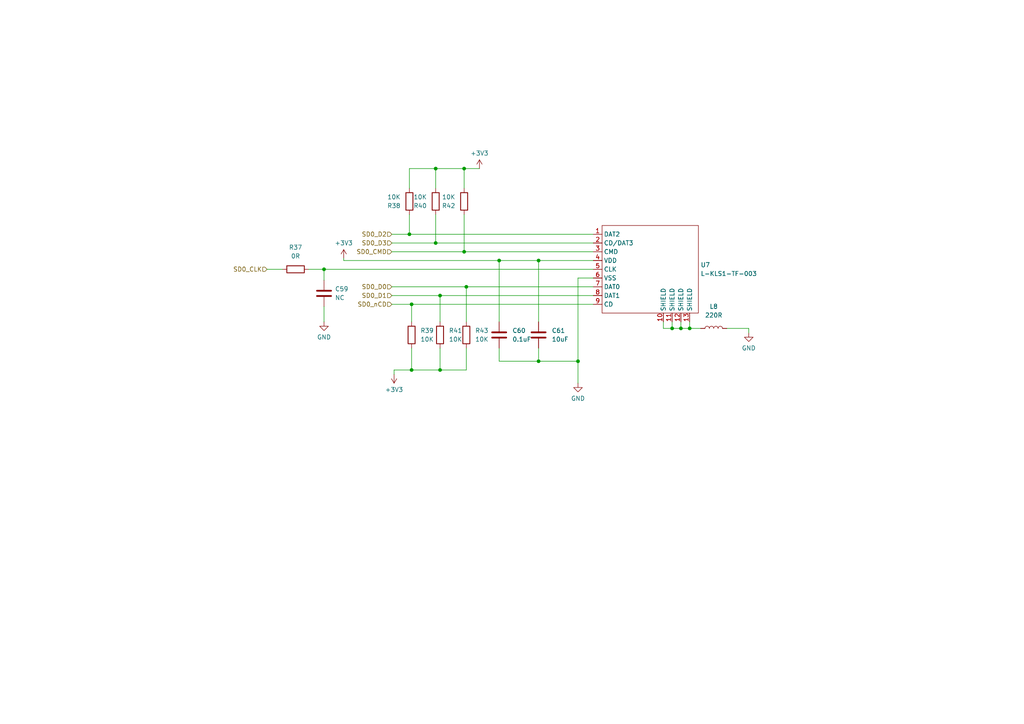
<source format=kicad_sch>
(kicad_sch (version 20231120) (generator "eeschema") (generator_version "8.0")
  (paper "A4")
  (title_block (title "NUC980 SD0 Interface") (date "2024-05-27") (rev "v1.0.1") (company "None") (comment 1 "Author : Turgay HOPAL"))
  (lib_symbols
    (symbol "Device:C" (pin_numbers hide) (pin_names (offset 0.254))
      (property "Reference" "C" (at 0.635 2.54 0))
      (property "Value" "C" (at 0.635 -2.54 0))
      (symbol "C_0_1"
        (polyline (pts (xy -2.032 -0.762) (xy 2.032 -0.762)) (stroke (width 0.508)))
        (polyline (pts (xy -2.032 0.762) (xy 2.032 0.762)) (stroke (width 0.508)))
      )
      (symbol "C_1_1"
        (pin passive line (at 0 3.81 270) (length 2.794) (name "~") (number "1"))
        (pin passive line (at 0 -3.81 90) (length 2.794) (name "~") (number "2"))
      )
    )
    (symbol "Device:L" (pin_numbers hide) (pin_names (offset 1.016) hide)
      (property "Reference" "L" (at -1.27 0 90))
      (property "Value" "L" (at 1.905 0 90))
      (symbol "L_0_1"
        (arc (start 0 -2.54) (mid 0.6323 -1.905) (end 0 -1.27))
        (arc (start 0 -1.27) (mid 0.6323 -0.635) (end 0 0))
        (arc (start 0 0) (mid 0.6323 0.635) (end 0 1.27))
        (arc (start 0 1.27) (mid 0.6323 1.905) (end 0 2.54))
      )
      (symbol "L_1_1"
        (pin passive line (at 0 3.81 270) (length 1.27) (name "1") (number "1"))
        (pin passive line (at 0 -3.81 90) (length 1.27) (name "2") (number "2"))
      )
    )
    (symbol "Device:R" (pin_numbers hide) (pin_names (offset 0))
      (property "Reference" "R" (at 2.032 0 90))
      (property "Value" "R" (at 0 0 90))
      (symbol "R_0_1"
        (rectangle (start -1.016 -2.54) (end 1.016 2.54) (stroke (width 0.254)))
      )
      (symbol "R_1_1"
        (pin passive line (at 0 3.81 270) (length 1.27) (name "~") (number "1"))
        (pin passive line (at 0 -3.81 90) (length 1.27) (name "~") (number "2"))
      )
    )
    (symbol "L-KLS1-TF-003-H1.85-R:L-KLS1-TF-003"
      (property "Reference" "U?" (at 10.16 15.24 0))
      (property "Value" "L-KLS1-TF-003" (at 2.54 -15.24 0))
      (symbol "L-KLS1-TF-003_0_1"
        (rectangle (start -5.08 12.7) (end 22.86 -12.7))
      )
      (symbol "L-KLS1-TF-003_1_1"
        (pin input line (at -7.62 10.16 0) (length 2.54) (name "DAT2") (number "1"))
        (pin input line (at 12.7 -15.24 90) (length 2.54) (name "SHIELD") (number "10"))
        (pin input line (at 15.24 -15.24 90) (length 2.54) (name "SHIELD") (number "11"))
        (pin input line (at 17.78 -15.24 90) (length 2.54) (name "SHIELD") (number "12"))
        (pin input line (at 20.32 -15.24 90) (length 2.54) (name "SHIELD") (number "13"))
        (pin input line (at -7.62 7.62 0) (length 2.54) (name "CD/DAT3") (number "2"))
        (pin input line (at -7.62 5.08 0) (length 2.54) (name "CMD") (number "3"))
        (pin input line (at -7.62 2.54 0) (length 2.54) (name "VDD") (number "4"))
        (pin input line (at -7.62 0 0) (length 2.54) (name "CLK") (number "5"))
        (pin input line (at -7.62 -2.54 0) (length 2.54) (name "VSS") (number "6"))
        (pin input line (at -7.62 -5.08 0) (length 2.54) (name "DAT0") (number "7"))
        (pin input line (at -7.62 -7.62 0) (length 2.54) (name "DAT1") (number "8"))
        (pin input line (at -7.62 -10.16 0) (length 2.54) (name "CD") (number "9"))
      )
    )
    (symbol "power:+3V3" (power) (pin_names (offset 0))
      (property "Value" "+3V3" (at 0 3.556 0))
      (symbol "+3V3_0_1"
        (polyline (pts (xy -0.762 1.27) (xy 0 2.54)))
        (polyline (pts (xy 0 0) (xy 0 2.54)))
        (polyline (pts (xy 0 2.54) (xy 0.762 1.27)))
      )
      (symbol "+3V3_1_1"
        (pin power_in line (at 0 0 90) (length 0) hide (name "+3V3") (number "1"))
      )
    )
    (symbol "power:GND" (power) (pin_names (offset 0))
      (property "Value" "GND" (at 0 -3.81 0))
      (symbol "GND_0_1"
        (polyline (pts (xy 0 0) (xy 0 -1.27) (xy 1.27 -1.27) (xy 0 -2.54) (xy -1.27 -1.27) (xy 0 -1.27)))
      )
      (symbol "GND_1_1"
        (pin power_in line (at 0 0 270) (length 0) hide (name "GND") (number "1"))
      )
    )
  )
  (junction (at 134.62 48.895))
  (junction (at 134.62 73.025))
  (junction (at 135.255 83.185))
  (junction (at 144.78 75.565))
  (junction (at 127.635 107.315))
  (junction (at 118.745 67.945))
  (junction (at 93.98 78.105))
  (junction (at 119.38 107.315))
  (junction (at 156.21 104.775))
  (junction (at 197.485 95.25))
  (junction (at 126.365 70.485))
  (junction (at 119.38 88.265))
  (junction (at 126.365 48.895))
  (junction (at 194.945 95.25))
  (junction (at 200.025 95.25))
  (junction (at 127.635 85.725))
  (junction (at 156.21 75.565))
  (junction (at 167.64 104.775))
  (wire (pts (xy 134.62 48.895) (xy 139.065 48.895)))
  (wire (pts (xy 119.38 88.265) (xy 172.085 88.265)))
  (wire (pts (xy 194.945 93.345) (xy 194.945 95.25)))
  (wire (pts (xy 156.21 104.775) (xy 167.64 104.775)))
  (wire (pts (xy 135.255 100.965) (xy 135.255 107.315)))
  (wire (pts (xy 99.695 74.93) (xy 99.695 75.565)))
  (wire (pts (xy 197.485 93.345) (xy 197.485 95.25)))
  (wire (pts (xy 200.025 93.345) (xy 200.025 95.25)))
  (wire (pts (xy 126.365 62.23) (xy 126.365 70.485)))
  (wire (pts (xy 144.78 100.965) (xy 144.78 104.775)))
  (wire (pts (xy 135.255 93.345) (xy 135.255 83.185)))
  (wire (pts (xy 113.665 88.265) (xy 119.38 88.265)))
  (wire (pts (xy 113.665 83.185) (xy 135.255 83.185)))
  (wire (pts (xy 127.635 85.725) (xy 172.085 85.725)))
  (wire (pts (xy 134.62 54.61) (xy 134.62 48.895)))
  (wire (pts (xy 134.62 62.23) (xy 134.62 73.025)))
  (wire (pts (xy 127.635 107.315) (xy 135.255 107.315)))
  (wire (pts (xy 113.665 70.485) (xy 126.365 70.485)))
  (wire (pts (xy 144.78 75.565) (xy 156.21 75.565)))
  (wire (pts (xy 217.17 95.25) (xy 217.17 96.52)))
  (wire (pts (xy 114.3 108.585) (xy 114.3 107.315)))
  (wire (pts (xy 114.3 107.315) (xy 119.38 107.315)))
  (wire (pts (xy 210.82 95.25) (xy 217.17 95.25)))
  (wire (pts (xy 118.745 54.61) (xy 118.745 48.895)))
  (wire (pts (xy 126.365 48.895) (xy 118.745 48.895)))
  (wire (pts (xy 200.025 95.25) (xy 203.2 95.25)))
  (wire (pts (xy 99.695 75.565) (xy 144.78 75.565)))
  (wire (pts (xy 192.405 93.345) (xy 192.405 95.25)))
  (wire (pts (xy 126.365 54.61) (xy 126.365 48.895)))
  (wire (pts (xy 113.665 85.725) (xy 127.635 85.725)))
  (wire (pts (xy 127.635 85.725) (xy 127.635 93.345)))
  (wire (pts (xy 127.635 100.965) (xy 127.635 107.315)))
  (wire (pts (xy 194.945 95.25) (xy 197.485 95.25)))
  (wire (pts (xy 126.365 70.485) (xy 172.085 70.485)))
  (wire (pts (xy 119.38 88.265) (xy 119.38 93.345)))
  (wire (pts (xy 93.98 88.9) (xy 93.98 93.345)))
  (wire (pts (xy 113.665 73.025) (xy 134.62 73.025)))
  (wire (pts (xy 192.405 95.25) (xy 194.945 95.25)))
  (wire (pts (xy 172.085 80.645) (xy 167.64 80.645)))
  (wire (pts (xy 89.535 78.105) (xy 93.98 78.105)))
  (wire (pts (xy 135.255 83.185) (xy 172.085 83.185)))
  (wire (pts (xy 119.38 107.315) (xy 127.635 107.315)))
  (wire (pts (xy 93.98 78.105) (xy 172.085 78.105)))
  (wire (pts (xy 77.47 78.105) (xy 81.915 78.105)))
  (wire (pts (xy 144.78 104.775) (xy 156.21 104.775)))
  (wire (pts (xy 118.745 67.945) (xy 172.085 67.945)))
  (wire (pts (xy 134.62 73.025) (xy 172.085 73.025)))
  (wire (pts (xy 113.665 67.945) (xy 118.745 67.945)))
  (wire (pts (xy 119.38 100.965) (xy 119.38 107.315)))
  (wire (pts (xy 93.98 78.105) (xy 93.98 81.28)))
  (wire (pts (xy 167.64 104.775) (xy 167.64 111.125)))
  (wire (pts (xy 197.485 95.25) (xy 200.025 95.25)))
  (wire (pts (xy 144.78 75.565) (xy 144.78 93.345)))
  (wire (pts (xy 118.745 62.23) (xy 118.745 67.945)))
  (wire (pts (xy 167.64 80.645) (xy 167.64 104.775)))
  (wire (pts (xy 156.21 75.565) (xy 156.21 93.345)))
  (wire (pts (xy 156.21 75.565) (xy 172.085 75.565)))
  (wire (pts (xy 134.62 48.895) (xy 126.365 48.895)))
  (wire (pts (xy 156.21 100.965) (xy 156.21 104.775)))
  (hierarchical_label "SD0_D1" (shape input) (at 113.665 85.725 180))
  (hierarchical_label "SD0_nCD" (shape input) (at 113.665 88.265 180))
  (hierarchical_label "SD0_CMD" (shape input) (at 113.665 73.025 180))
  (hierarchical_label "SD0_D0" (shape input) (at 113.665 83.185 180))
  (hierarchical_label "SD0_D3" (shape input) (at 113.665 70.485 180))
  (hierarchical_label "SD0_CLK" (shape input) (at 77.47 78.105 180))
  (hierarchical_label "SD0_D2" (shape input) (at 113.665 67.945 180))
  (symbol (lib_id "Device:R") (at 118.745 58.42 180) (unit 1)
    (property "Reference" "R38" (at 116.205 59.6901 0) (effects (justify left)))
    (property "Value" "10K" (at 116.205 57.1501 0) (effects (justify left)))
    (property "Footprint" "Resistor_SMD:R_0402_1005Metric" (effects (hide yes)))
  )
  (symbol (lib_id "Device:R") (at 119.38 97.155 0) (unit 1)
    (property "Reference" "R39" (at 121.92 95.8849 0) (effects (justify left)))
    (property "Value" "10K" (at 121.92 98.4249 0) (effects (justify left)))
    (property "Footprint" "Resistor_SMD:R_0402_1005Metric" (effects (hide yes)))
  )
  (symbol (lib_id "power:GND") (at 93.98 93.345 0) (unit 1)
    (property "Reference" "#PWR077" (effects (hide yes)))
    (property "Value" "GND" (at 93.98 97.79 0))
  )
  (symbol (lib_id "Device:C") (at 144.78 97.155 0) (unit 1)
    (property "Reference" "C60" (at 148.59 95.8849 0) (effects (justify left)))
    (property "Value" "0.1uF" (at 148.59 98.4249 0) (effects (justify left)))
    (property "Footprint" "Capacitor_SMD:C_0402_1005Metric" (effects (hide yes)))
  )
  (symbol (lib_id "Device:R") (at 135.255 97.155 0) (unit 1)
    (property "Reference" "R43" (at 137.795 95.8849 0) (effects (justify left)))
    (property "Value" "10K" (at 137.795 98.4249 0) (effects (justify left)))
    (property "Footprint" "Resistor_SMD:R_0402_1005Metric" (effects (hide yes)))
  )
  (symbol (lib_id "Device:R") (at 126.365 58.42 180) (unit 1)
    (property "Reference" "R40" (at 123.825 59.6901 0) (effects (justify left)))
    (property "Value" "10K" (at 123.825 57.1501 0) (effects (justify left)))
    (property "Footprint" "Resistor_SMD:R_0402_1005Metric" (effects (hide yes)))
  )
  (symbol (lib_id "Device:L") (at 207.01 95.25 90) (unit 1)
    (property "Reference" "L8" (at 207.01 88.9 90))
    (property "Value" "220R" (at 207.01 91.44 90))
    (property "Footprint" "Inductor_SMD:L_0603_1608Metric" (effects (hide yes)))
  )
  (symbol (lib_id "Device:R") (at 127.635 97.155 0) (unit 1)
    (property "Reference" "R41" (at 130.175 95.8849 0) (effects (justify left)))
    (property "Value" "10K" (at 130.175 98.4249 0) (effects (justify left)))
    (property "Footprint" "Resistor_SMD:R_0402_1005Metric" (effects (hide yes)))
  )
  (symbol (lib_id "Device:C") (at 93.98 85.09 0) (unit 1)
    (property "Reference" "C59" (at 97.155 83.8199 0) (effects (justify left)))
    (property "Value" "NC" (at 97.155 86.3599 0) (effects (justify left)))
    (property "Footprint" "Capacitor_SMD:C_0402_1005Metric" (effects (hide yes)))
  )
  (symbol (lib_id "Device:C") (at 156.21 97.155 0) (unit 1)
    (property "Reference" "C61" (at 160.02 95.8849 0) (effects (justify left)))
    (property "Value" "10uF" (at 160.02 98.4249 0) (effects (justify left)))
    (property "Footprint" "Capacitor_SMD:C_0402_1005Metric" (effects (hide yes)))
  )
  (symbol (lib_id "power:GND") (at 167.64 111.125 0) (unit 1)
    (property "Reference" "#PWR081" (effects (hide yes)))
    (property "Value" "GND" (at 167.64 115.57 0))
  )
  (symbol (lib_id "L-KLS1-TF-003-H1.85-R:L-KLS1-TF-003") (at 179.705 78.105 0) (unit 1)
    (property "Reference" "U7" (at 203.2 76.8349 0) (effects (justify left)))
    (property "Value" "L-KLS1-TF-003" (at 203.2 79.375 0) (effects (justify left)))
    (property "Footprint" "Footprints:L-KLS1-TF-003-H1.85-R" (effects (hide yes)))
  )
  (symbol (lib_id "Device:R") (at 134.62 58.42 180) (unit 1)
    (property "Reference" "R42" (at 132.08 59.6901 0) (effects (justify left)))
    (property "Value" "10K" (at 132.08 57.1501 0) (effects (justify left)))
    (property "Footprint" "Resistor_SMD:R_0402_1005Metric" (effects (hide yes)))
  )
  (symbol (lib_id "power:GND") (at 217.17 96.52 0) (unit 1)
    (property "Reference" "#PWR082" (effects (hide yes)))
    (property "Value" "GND" (at 217.17 100.965 0))
  )
  (symbol (lib_id "Device:R") (at 85.725 78.105 270) (unit 1)
    (property "Reference" "R37" (at 85.725 71.755 90))
    (property "Value" "0R" (at 85.725 74.295 90))
    (property "Footprint" "Resistor_SMD:R_0402_1005Metric" (effects (hide yes)))
  )
  (symbol (lib_id "power:+3V3") (at 99.695 74.93 0) (unit 1)
    (property "Reference" "#PWR078" (effects (hide yes)))
    (property "Value" "+3V3" (at 99.695 70.485 0))
  )
  (symbol (lib_id "power:+3V3") (at 114.3 108.585 180) (unit 1)
    (property "Reference" "#PWR079" (effects (hide yes)))
    (property "Value" "+3V3" (at 114.3 113.03 0))
  )
  (symbol (lib_id "power:+3V3") (at 139.065 48.895 0) (unit 1)
    (property "Reference" "#PWR080" (effects (hide yes)))
    (property "Value" "+3V3" (at 139.065 44.45 0))
  )
)
</source>
